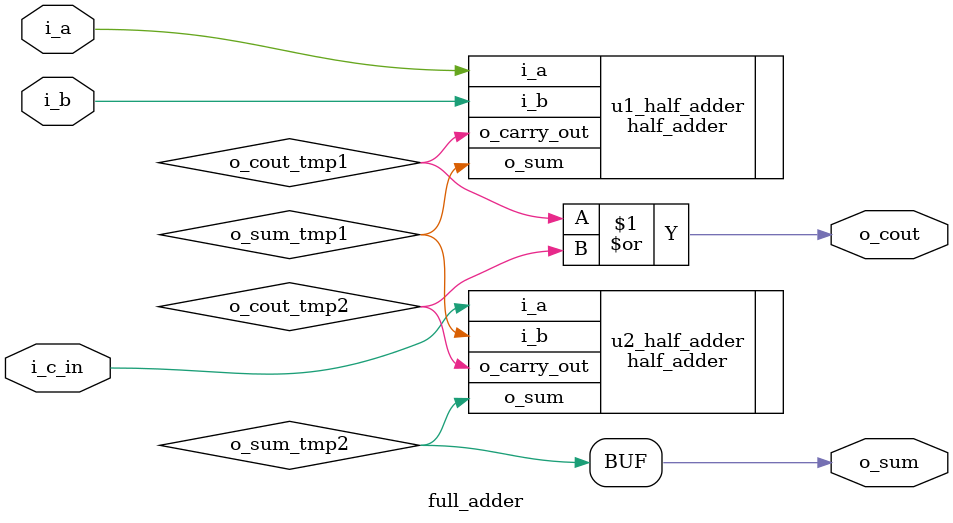
<source format=v>
`timescale 1ns/1ps

module full_adder(
	input	i_a,
	input i_b,
	input i_c_in,
	output o_sum,
	output o_cout
);

	wire o_sum_tmp1;
	wire o_cout_tmp1;

	wire o_sum_tmp2;
	wire o_cout_tmp2;


	half_adder u1_half_adder(
		.i_a					(i_a),
		.i_b					(i_b),
		.o_sum				(o_sum_tmp1),
		.o_carry_out	(o_cout_tmp1)
	);

	half_adder u2_half_adder(
		.i_a					(i_c_in),
		.i_b					(o_sum_tmp1),
		.o_sum				(o_sum_tmp2),
		.o_carry_out	(o_cout_tmp2)
	);

	assign o_sum = o_sum_tmp2;
	assign o_cout = o_cout_tmp1 | o_cout_tmp2;

endmodule

</source>
